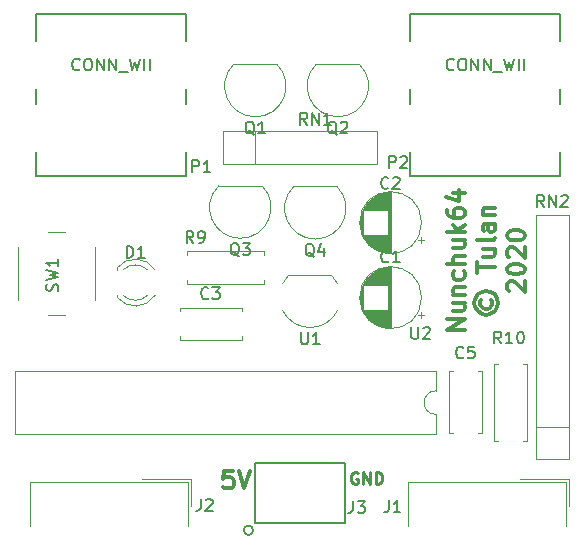
<source format=gto>
G04 #@! TF.GenerationSoftware,KiCad,Pcbnew,5.1.5+dfsg1-2build2*
G04 #@! TF.CreationDate,2022-05-26T12:32:04+02:00*
G04 #@! TF.ProjectId,nunchuk64-tht,6e756e63-6875-46b3-9634-2d7468742e6b,rev?*
G04 #@! TF.SameCoordinates,Original*
G04 #@! TF.FileFunction,Legend,Top*
G04 #@! TF.FilePolarity,Positive*
%FSLAX46Y46*%
G04 Gerber Fmt 4.6, Leading zero omitted, Abs format (unit mm)*
G04 Created by KiCad (PCBNEW 5.1.5+dfsg1-2build2) date 2022-05-26 12:32:04*
%MOMM*%
%LPD*%
G04 APERTURE LIST*
%ADD10C,0.300000*%
%ADD11C,0.250000*%
%ADD12C,0.120000*%
%ADD13C,0.150000*%
%ADD14C,0.203200*%
G04 APERTURE END LIST*
D10*
X95870846Y-108636843D02*
X95156561Y-108636843D01*
X95085132Y-109351129D01*
X95156561Y-109279700D01*
X95299418Y-109208272D01*
X95656561Y-109208272D01*
X95799418Y-109279700D01*
X95870846Y-109351129D01*
X95942275Y-109493986D01*
X95942275Y-109851129D01*
X95870846Y-109993986D01*
X95799418Y-110065414D01*
X95656561Y-110136843D01*
X95299418Y-110136843D01*
X95156561Y-110065414D01*
X95085132Y-109993986D01*
X96370846Y-108636843D02*
X96870846Y-110136843D01*
X97370846Y-108636843D01*
D11*
X106444401Y-108801538D02*
X106349163Y-108753918D01*
X106206306Y-108753918D01*
X106063448Y-108801538D01*
X105968210Y-108896776D01*
X105920591Y-108992014D01*
X105872972Y-109182490D01*
X105872972Y-109325347D01*
X105920591Y-109515823D01*
X105968210Y-109611061D01*
X106063448Y-109706299D01*
X106206306Y-109753918D01*
X106301544Y-109753918D01*
X106444401Y-109706299D01*
X106492020Y-109658680D01*
X106492020Y-109325347D01*
X106301544Y-109325347D01*
X106920591Y-109753918D02*
X106920591Y-108753918D01*
X107492020Y-109753918D01*
X107492020Y-108753918D01*
X107968210Y-109753918D02*
X107968210Y-108753918D01*
X108206306Y-108753918D01*
X108349163Y-108801538D01*
X108444401Y-108896776D01*
X108492020Y-108992014D01*
X108539639Y-109182490D01*
X108539639Y-109325347D01*
X108492020Y-109515823D01*
X108444401Y-109611061D01*
X108349163Y-109706299D01*
X108206306Y-109753918D01*
X107968210Y-109753918D01*
D10*
X115503285Y-96681967D02*
X114003285Y-96681967D01*
X115503285Y-95824824D01*
X114003285Y-95824824D01*
X114503285Y-94467681D02*
X115503285Y-94467681D01*
X114503285Y-95110539D02*
X115288999Y-95110539D01*
X115431856Y-95039110D01*
X115503285Y-94896253D01*
X115503285Y-94681967D01*
X115431856Y-94539110D01*
X115360428Y-94467681D01*
X114503285Y-93753396D02*
X115503285Y-93753396D01*
X114646142Y-93753396D02*
X114574714Y-93681967D01*
X114503285Y-93539110D01*
X114503285Y-93324824D01*
X114574714Y-93181967D01*
X114717571Y-93110539D01*
X115503285Y-93110539D01*
X115431856Y-91753396D02*
X115503285Y-91896253D01*
X115503285Y-92181967D01*
X115431856Y-92324824D01*
X115360428Y-92396253D01*
X115217571Y-92467681D01*
X114788999Y-92467681D01*
X114646142Y-92396253D01*
X114574714Y-92324824D01*
X114503285Y-92181967D01*
X114503285Y-91896253D01*
X114574714Y-91753396D01*
X115503285Y-91110539D02*
X114003285Y-91110539D01*
X115503285Y-90467681D02*
X114717571Y-90467681D01*
X114574714Y-90539110D01*
X114503285Y-90681967D01*
X114503285Y-90896253D01*
X114574714Y-91039110D01*
X114646142Y-91110539D01*
X114503285Y-89110539D02*
X115503285Y-89110539D01*
X114503285Y-89753396D02*
X115288999Y-89753396D01*
X115431856Y-89681967D01*
X115503285Y-89539110D01*
X115503285Y-89324824D01*
X115431856Y-89181967D01*
X115360428Y-89110539D01*
X115503285Y-88396253D02*
X114003285Y-88396253D01*
X114931856Y-88253396D02*
X115503285Y-87824824D01*
X114503285Y-87824824D02*
X115074714Y-88396253D01*
X114003285Y-86539110D02*
X114003285Y-86824824D01*
X114074714Y-86967681D01*
X114146142Y-87039110D01*
X114360428Y-87181967D01*
X114646142Y-87253396D01*
X115217571Y-87253396D01*
X115360428Y-87181967D01*
X115431856Y-87110539D01*
X115503285Y-86967681D01*
X115503285Y-86681967D01*
X115431856Y-86539110D01*
X115360428Y-86467681D01*
X115217571Y-86396253D01*
X114860428Y-86396253D01*
X114717571Y-86467681D01*
X114646142Y-86539110D01*
X114574714Y-86681967D01*
X114574714Y-86967681D01*
X114646142Y-87110539D01*
X114717571Y-87181967D01*
X114860428Y-87253396D01*
X114503285Y-85110539D02*
X115503285Y-85110539D01*
X113931856Y-85467681D02*
X115003285Y-85824824D01*
X115003285Y-84896253D01*
X116910428Y-94146253D02*
X116838999Y-94289110D01*
X116838999Y-94574824D01*
X116910428Y-94717681D01*
X117053285Y-94860539D01*
X117196142Y-94931967D01*
X117481856Y-94931967D01*
X117624714Y-94860539D01*
X117767571Y-94717681D01*
X117838999Y-94574824D01*
X117838999Y-94289110D01*
X117767571Y-94146253D01*
X116338999Y-94431967D02*
X116410428Y-94789110D01*
X116624714Y-95146253D01*
X116981856Y-95360539D01*
X117338999Y-95431967D01*
X117696142Y-95360539D01*
X118053285Y-95146253D01*
X118267571Y-94789110D01*
X118338999Y-94431967D01*
X118267571Y-94074824D01*
X118053285Y-93717681D01*
X117696142Y-93503396D01*
X117338999Y-93431967D01*
X116981856Y-93503396D01*
X116624714Y-93717681D01*
X116410428Y-94074824D01*
X116338999Y-94431967D01*
X116553285Y-91860539D02*
X116553285Y-91003396D01*
X118053285Y-91431967D02*
X116553285Y-91431967D01*
X117053285Y-89860539D02*
X118053285Y-89860539D01*
X117053285Y-90503396D02*
X117838999Y-90503396D01*
X117981856Y-90431967D01*
X118053285Y-90289110D01*
X118053285Y-90074824D01*
X117981856Y-89931967D01*
X117910428Y-89860539D01*
X118053285Y-88931967D02*
X117981856Y-89074824D01*
X117838999Y-89146253D01*
X116553285Y-89146253D01*
X118053285Y-87717681D02*
X117267571Y-87717681D01*
X117124714Y-87789110D01*
X117053285Y-87931967D01*
X117053285Y-88217681D01*
X117124714Y-88360539D01*
X117981856Y-87717681D02*
X118053285Y-87860539D01*
X118053285Y-88217681D01*
X117981856Y-88360539D01*
X117838999Y-88431967D01*
X117696142Y-88431967D01*
X117553285Y-88360539D01*
X117481856Y-88217681D01*
X117481856Y-87860539D01*
X117410428Y-87717681D01*
X117053285Y-87003396D02*
X118053285Y-87003396D01*
X117196142Y-87003396D02*
X117124714Y-86931967D01*
X117053285Y-86789110D01*
X117053285Y-86574824D01*
X117124714Y-86431967D01*
X117267571Y-86360539D01*
X118053285Y-86360539D01*
X119246142Y-93431967D02*
X119174714Y-93360539D01*
X119103285Y-93217681D01*
X119103285Y-92860539D01*
X119174714Y-92717681D01*
X119246142Y-92646253D01*
X119388999Y-92574824D01*
X119531856Y-92574824D01*
X119746142Y-92646253D01*
X120603285Y-93503396D01*
X120603285Y-92574824D01*
X119103285Y-91646253D02*
X119103285Y-91503396D01*
X119174714Y-91360539D01*
X119246142Y-91289110D01*
X119388999Y-91217681D01*
X119674714Y-91146253D01*
X120031856Y-91146253D01*
X120317571Y-91217681D01*
X120460428Y-91289110D01*
X120531856Y-91360539D01*
X120603285Y-91503396D01*
X120603285Y-91646253D01*
X120531856Y-91789110D01*
X120460428Y-91860539D01*
X120317571Y-91931967D01*
X120031856Y-92003396D01*
X119674714Y-92003396D01*
X119388999Y-91931967D01*
X119246142Y-91860539D01*
X119174714Y-91789110D01*
X119103285Y-91646253D01*
X119246142Y-90574824D02*
X119174714Y-90503396D01*
X119103285Y-90360539D01*
X119103285Y-90003396D01*
X119174714Y-89860539D01*
X119246142Y-89789110D01*
X119388999Y-89717681D01*
X119531856Y-89717681D01*
X119746142Y-89789110D01*
X120603285Y-90646253D01*
X120603285Y-89717681D01*
X119103285Y-88789110D02*
X119103285Y-88646253D01*
X119174714Y-88503396D01*
X119246142Y-88431967D01*
X119388999Y-88360539D01*
X119674714Y-88289110D01*
X120031856Y-88289110D01*
X120317571Y-88360539D01*
X120460428Y-88431967D01*
X120531856Y-88503396D01*
X120603285Y-88646253D01*
X120603285Y-88789110D01*
X120531856Y-88931967D01*
X120460428Y-89003396D01*
X120317571Y-89074824D01*
X120031856Y-89146253D01*
X119674714Y-89146253D01*
X119388999Y-89074824D01*
X119246142Y-89003396D01*
X119174714Y-88931967D01*
X119103285Y-88789110D01*
D12*
X97790000Y-79880000D02*
X97790000Y-82680000D01*
X108120000Y-79880000D02*
X95080000Y-79880000D01*
X108120000Y-82680000D02*
X108120000Y-79880000D01*
X95080000Y-82680000D02*
X108120000Y-82680000D01*
X95080000Y-79880000D02*
X95080000Y-82680000D01*
X101031522Y-84585022D02*
G75*
G03X102870000Y-89023500I1838478J-1838478D01*
G01*
X104708478Y-84585022D02*
G75*
G02X102870000Y-89023500I-1838478J-1838478D01*
G01*
X104670000Y-84573500D02*
X101070000Y-84573500D01*
X94681522Y-84521522D02*
G75*
G03X96520000Y-88960000I1838478J-1838478D01*
G01*
X98358478Y-84521522D02*
G75*
G02X96520000Y-88960000I-1838478J-1838478D01*
G01*
X98320000Y-84510000D02*
X94720000Y-84510000D01*
X102936522Y-74234522D02*
G75*
G03X104775000Y-78673000I1838478J-1838478D01*
G01*
X106613478Y-74234522D02*
G75*
G02X104775000Y-78673000I-1838478J-1838478D01*
G01*
X106575000Y-74223000D02*
X102975000Y-74223000D01*
X95951522Y-74234522D02*
G75*
G03X97790000Y-78673000I1838478J-1838478D01*
G01*
X99628478Y-74234522D02*
G75*
G02X97790000Y-78673000I-1838478J-1838478D01*
G01*
X99590000Y-74223000D02*
X95990000Y-74223000D01*
X100101316Y-92793705D02*
G75*
G02X100625500Y-92066500I2324184J-1122795D01*
G01*
X100069100Y-95015307D02*
G75*
G03X102425500Y-96516500I2356400J1098807D01*
G01*
X104781900Y-95015307D02*
G75*
G02X102425500Y-96516500I-2356400J1098807D01*
G01*
X104749684Y-92793705D02*
G75*
G03X104225500Y-92066500I-2324184J-1122795D01*
G01*
X104225500Y-92066500D02*
X100625500Y-92066500D01*
D13*
X97613113Y-113680000D02*
G75*
G03X97613113Y-113680000I-403113J0D01*
G01*
D14*
X105410000Y-113030000D02*
X97790000Y-113030000D01*
X97790000Y-107950000D02*
X105410000Y-107950000D01*
X105410000Y-107950000D02*
X105410000Y-113030000D01*
X97790000Y-113030000D02*
X97790000Y-107950000D01*
D12*
X121536000Y-104902000D02*
X124336000Y-104902000D01*
X121536000Y-86952000D02*
X121536000Y-107612000D01*
X124336000Y-86952000D02*
X121536000Y-86952000D01*
X124336000Y-107612000D02*
X124336000Y-86952000D01*
X121536000Y-107612000D02*
X124336000Y-107612000D01*
X89302335Y-91631392D02*
G75*
G03X86070000Y-91474484I-1672335J-1078608D01*
G01*
X89302335Y-93788608D02*
G75*
G02X86070000Y-93945516I-1672335J1078608D01*
G01*
X88671130Y-91630163D02*
G75*
G03X86589039Y-91630000I-1041130J-1079837D01*
G01*
X88671130Y-93789837D02*
G75*
G02X86589039Y-93790000I-1041130J1079837D01*
G01*
X86070000Y-91474000D02*
X86070000Y-91630000D01*
X86070000Y-93790000D02*
X86070000Y-93946000D01*
X111794775Y-89355000D02*
X111794775Y-88855000D01*
X112044775Y-89105000D02*
X111544775Y-89105000D01*
X106639000Y-87914000D02*
X106639000Y-87346000D01*
X106679000Y-88148000D02*
X106679000Y-87112000D01*
X106719000Y-88307000D02*
X106719000Y-86953000D01*
X106759000Y-88435000D02*
X106759000Y-86825000D01*
X106799000Y-88545000D02*
X106799000Y-86715000D01*
X106839000Y-88641000D02*
X106839000Y-86619000D01*
X106879000Y-88728000D02*
X106879000Y-86532000D01*
X106919000Y-88808000D02*
X106919000Y-86452000D01*
X106959000Y-86590000D02*
X106959000Y-86379000D01*
X106959000Y-88881000D02*
X106959000Y-88670000D01*
X106999000Y-86590000D02*
X106999000Y-86311000D01*
X106999000Y-88949000D02*
X106999000Y-88670000D01*
X107039000Y-86590000D02*
X107039000Y-86247000D01*
X107039000Y-89013000D02*
X107039000Y-88670000D01*
X107079000Y-86590000D02*
X107079000Y-86187000D01*
X107079000Y-89073000D02*
X107079000Y-88670000D01*
X107119000Y-86590000D02*
X107119000Y-86130000D01*
X107119000Y-89130000D02*
X107119000Y-88670000D01*
X107159000Y-86590000D02*
X107159000Y-86076000D01*
X107159000Y-89184000D02*
X107159000Y-88670000D01*
X107199000Y-86590000D02*
X107199000Y-86025000D01*
X107199000Y-89235000D02*
X107199000Y-88670000D01*
X107239000Y-86590000D02*
X107239000Y-85977000D01*
X107239000Y-89283000D02*
X107239000Y-88670000D01*
X107279000Y-86590000D02*
X107279000Y-85931000D01*
X107279000Y-89329000D02*
X107279000Y-88670000D01*
X107319000Y-86590000D02*
X107319000Y-85887000D01*
X107319000Y-89373000D02*
X107319000Y-88670000D01*
X107359000Y-86590000D02*
X107359000Y-85845000D01*
X107359000Y-89415000D02*
X107359000Y-88670000D01*
X107399000Y-86590000D02*
X107399000Y-85804000D01*
X107399000Y-89456000D02*
X107399000Y-88670000D01*
X107439000Y-86590000D02*
X107439000Y-85766000D01*
X107439000Y-89494000D02*
X107439000Y-88670000D01*
X107479000Y-86590000D02*
X107479000Y-85729000D01*
X107479000Y-89531000D02*
X107479000Y-88670000D01*
X107519000Y-86590000D02*
X107519000Y-85693000D01*
X107519000Y-89567000D02*
X107519000Y-88670000D01*
X107559000Y-86590000D02*
X107559000Y-85659000D01*
X107559000Y-89601000D02*
X107559000Y-88670000D01*
X107599000Y-86590000D02*
X107599000Y-85626000D01*
X107599000Y-89634000D02*
X107599000Y-88670000D01*
X107639000Y-86590000D02*
X107639000Y-85595000D01*
X107639000Y-89665000D02*
X107639000Y-88670000D01*
X107679000Y-86590000D02*
X107679000Y-85565000D01*
X107679000Y-89695000D02*
X107679000Y-88670000D01*
X107719000Y-86590000D02*
X107719000Y-85535000D01*
X107719000Y-89725000D02*
X107719000Y-88670000D01*
X107759000Y-86590000D02*
X107759000Y-85508000D01*
X107759000Y-89752000D02*
X107759000Y-88670000D01*
X107799000Y-86590000D02*
X107799000Y-85481000D01*
X107799000Y-89779000D02*
X107799000Y-88670000D01*
X107839000Y-86590000D02*
X107839000Y-85455000D01*
X107839000Y-89805000D02*
X107839000Y-88670000D01*
X107879000Y-86590000D02*
X107879000Y-85430000D01*
X107879000Y-89830000D02*
X107879000Y-88670000D01*
X107919000Y-86590000D02*
X107919000Y-85406000D01*
X107919000Y-89854000D02*
X107919000Y-88670000D01*
X107959000Y-86590000D02*
X107959000Y-85383000D01*
X107959000Y-89877000D02*
X107959000Y-88670000D01*
X107999000Y-86590000D02*
X107999000Y-85362000D01*
X107999000Y-89898000D02*
X107999000Y-88670000D01*
X108039000Y-86590000D02*
X108039000Y-85340000D01*
X108039000Y-89920000D02*
X108039000Y-88670000D01*
X108079000Y-86590000D02*
X108079000Y-85320000D01*
X108079000Y-89940000D02*
X108079000Y-88670000D01*
X108119000Y-86590000D02*
X108119000Y-85301000D01*
X108119000Y-89959000D02*
X108119000Y-88670000D01*
X108159000Y-86590000D02*
X108159000Y-85282000D01*
X108159000Y-89978000D02*
X108159000Y-88670000D01*
X108199000Y-86590000D02*
X108199000Y-85265000D01*
X108199000Y-89995000D02*
X108199000Y-88670000D01*
X108239000Y-86590000D02*
X108239000Y-85248000D01*
X108239000Y-90012000D02*
X108239000Y-88670000D01*
X108279000Y-86590000D02*
X108279000Y-85232000D01*
X108279000Y-90028000D02*
X108279000Y-88670000D01*
X108319000Y-86590000D02*
X108319000Y-85216000D01*
X108319000Y-90044000D02*
X108319000Y-88670000D01*
X108359000Y-86590000D02*
X108359000Y-85202000D01*
X108359000Y-90058000D02*
X108359000Y-88670000D01*
X108399000Y-86590000D02*
X108399000Y-85188000D01*
X108399000Y-90072000D02*
X108399000Y-88670000D01*
X108439000Y-86590000D02*
X108439000Y-85175000D01*
X108439000Y-90085000D02*
X108439000Y-88670000D01*
X108479000Y-86590000D02*
X108479000Y-85162000D01*
X108479000Y-90098000D02*
X108479000Y-88670000D01*
X108519000Y-86590000D02*
X108519000Y-85150000D01*
X108519000Y-90110000D02*
X108519000Y-88670000D01*
X108560000Y-86590000D02*
X108560000Y-85139000D01*
X108560000Y-90121000D02*
X108560000Y-88670000D01*
X108600000Y-86590000D02*
X108600000Y-85129000D01*
X108600000Y-90131000D02*
X108600000Y-88670000D01*
X108640000Y-86590000D02*
X108640000Y-85119000D01*
X108640000Y-90141000D02*
X108640000Y-88670000D01*
X108680000Y-86590000D02*
X108680000Y-85110000D01*
X108680000Y-90150000D02*
X108680000Y-88670000D01*
X108720000Y-86590000D02*
X108720000Y-85102000D01*
X108720000Y-90158000D02*
X108720000Y-88670000D01*
X108760000Y-86590000D02*
X108760000Y-85094000D01*
X108760000Y-90166000D02*
X108760000Y-88670000D01*
X108800000Y-86590000D02*
X108800000Y-85087000D01*
X108800000Y-90173000D02*
X108800000Y-88670000D01*
X108840000Y-86590000D02*
X108840000Y-85080000D01*
X108840000Y-90180000D02*
X108840000Y-88670000D01*
X108880000Y-86590000D02*
X108880000Y-85074000D01*
X108880000Y-90186000D02*
X108880000Y-88670000D01*
X108920000Y-86590000D02*
X108920000Y-85069000D01*
X108920000Y-90191000D02*
X108920000Y-88670000D01*
X108960000Y-86590000D02*
X108960000Y-85065000D01*
X108960000Y-90195000D02*
X108960000Y-88670000D01*
X109000000Y-86590000D02*
X109000000Y-85061000D01*
X109000000Y-90199000D02*
X109000000Y-88670000D01*
X109040000Y-90203000D02*
X109040000Y-85057000D01*
X109080000Y-90206000D02*
X109080000Y-85054000D01*
X109120000Y-90208000D02*
X109120000Y-85052000D01*
X109160000Y-90209000D02*
X109160000Y-85051000D01*
X109200000Y-90210000D02*
X109200000Y-85050000D01*
X109240000Y-90210000D02*
X109240000Y-85050000D01*
X111860000Y-87630000D02*
G75*
G03X111860000Y-87630000I-2620000J0D01*
G01*
X111794775Y-95705000D02*
X111794775Y-95205000D01*
X112044775Y-95455000D02*
X111544775Y-95455000D01*
X106639000Y-94264000D02*
X106639000Y-93696000D01*
X106679000Y-94498000D02*
X106679000Y-93462000D01*
X106719000Y-94657000D02*
X106719000Y-93303000D01*
X106759000Y-94785000D02*
X106759000Y-93175000D01*
X106799000Y-94895000D02*
X106799000Y-93065000D01*
X106839000Y-94991000D02*
X106839000Y-92969000D01*
X106879000Y-95078000D02*
X106879000Y-92882000D01*
X106919000Y-95158000D02*
X106919000Y-92802000D01*
X106959000Y-92940000D02*
X106959000Y-92729000D01*
X106959000Y-95231000D02*
X106959000Y-95020000D01*
X106999000Y-92940000D02*
X106999000Y-92661000D01*
X106999000Y-95299000D02*
X106999000Y-95020000D01*
X107039000Y-92940000D02*
X107039000Y-92597000D01*
X107039000Y-95363000D02*
X107039000Y-95020000D01*
X107079000Y-92940000D02*
X107079000Y-92537000D01*
X107079000Y-95423000D02*
X107079000Y-95020000D01*
X107119000Y-92940000D02*
X107119000Y-92480000D01*
X107119000Y-95480000D02*
X107119000Y-95020000D01*
X107159000Y-92940000D02*
X107159000Y-92426000D01*
X107159000Y-95534000D02*
X107159000Y-95020000D01*
X107199000Y-92940000D02*
X107199000Y-92375000D01*
X107199000Y-95585000D02*
X107199000Y-95020000D01*
X107239000Y-92940000D02*
X107239000Y-92327000D01*
X107239000Y-95633000D02*
X107239000Y-95020000D01*
X107279000Y-92940000D02*
X107279000Y-92281000D01*
X107279000Y-95679000D02*
X107279000Y-95020000D01*
X107319000Y-92940000D02*
X107319000Y-92237000D01*
X107319000Y-95723000D02*
X107319000Y-95020000D01*
X107359000Y-92940000D02*
X107359000Y-92195000D01*
X107359000Y-95765000D02*
X107359000Y-95020000D01*
X107399000Y-92940000D02*
X107399000Y-92154000D01*
X107399000Y-95806000D02*
X107399000Y-95020000D01*
X107439000Y-92940000D02*
X107439000Y-92116000D01*
X107439000Y-95844000D02*
X107439000Y-95020000D01*
X107479000Y-92940000D02*
X107479000Y-92079000D01*
X107479000Y-95881000D02*
X107479000Y-95020000D01*
X107519000Y-92940000D02*
X107519000Y-92043000D01*
X107519000Y-95917000D02*
X107519000Y-95020000D01*
X107559000Y-92940000D02*
X107559000Y-92009000D01*
X107559000Y-95951000D02*
X107559000Y-95020000D01*
X107599000Y-92940000D02*
X107599000Y-91976000D01*
X107599000Y-95984000D02*
X107599000Y-95020000D01*
X107639000Y-92940000D02*
X107639000Y-91945000D01*
X107639000Y-96015000D02*
X107639000Y-95020000D01*
X107679000Y-92940000D02*
X107679000Y-91915000D01*
X107679000Y-96045000D02*
X107679000Y-95020000D01*
X107719000Y-92940000D02*
X107719000Y-91885000D01*
X107719000Y-96075000D02*
X107719000Y-95020000D01*
X107759000Y-92940000D02*
X107759000Y-91858000D01*
X107759000Y-96102000D02*
X107759000Y-95020000D01*
X107799000Y-92940000D02*
X107799000Y-91831000D01*
X107799000Y-96129000D02*
X107799000Y-95020000D01*
X107839000Y-92940000D02*
X107839000Y-91805000D01*
X107839000Y-96155000D02*
X107839000Y-95020000D01*
X107879000Y-92940000D02*
X107879000Y-91780000D01*
X107879000Y-96180000D02*
X107879000Y-95020000D01*
X107919000Y-92940000D02*
X107919000Y-91756000D01*
X107919000Y-96204000D02*
X107919000Y-95020000D01*
X107959000Y-92940000D02*
X107959000Y-91733000D01*
X107959000Y-96227000D02*
X107959000Y-95020000D01*
X107999000Y-92940000D02*
X107999000Y-91712000D01*
X107999000Y-96248000D02*
X107999000Y-95020000D01*
X108039000Y-92940000D02*
X108039000Y-91690000D01*
X108039000Y-96270000D02*
X108039000Y-95020000D01*
X108079000Y-92940000D02*
X108079000Y-91670000D01*
X108079000Y-96290000D02*
X108079000Y-95020000D01*
X108119000Y-92940000D02*
X108119000Y-91651000D01*
X108119000Y-96309000D02*
X108119000Y-95020000D01*
X108159000Y-92940000D02*
X108159000Y-91632000D01*
X108159000Y-96328000D02*
X108159000Y-95020000D01*
X108199000Y-92940000D02*
X108199000Y-91615000D01*
X108199000Y-96345000D02*
X108199000Y-95020000D01*
X108239000Y-92940000D02*
X108239000Y-91598000D01*
X108239000Y-96362000D02*
X108239000Y-95020000D01*
X108279000Y-92940000D02*
X108279000Y-91582000D01*
X108279000Y-96378000D02*
X108279000Y-95020000D01*
X108319000Y-92940000D02*
X108319000Y-91566000D01*
X108319000Y-96394000D02*
X108319000Y-95020000D01*
X108359000Y-92940000D02*
X108359000Y-91552000D01*
X108359000Y-96408000D02*
X108359000Y-95020000D01*
X108399000Y-92940000D02*
X108399000Y-91538000D01*
X108399000Y-96422000D02*
X108399000Y-95020000D01*
X108439000Y-92940000D02*
X108439000Y-91525000D01*
X108439000Y-96435000D02*
X108439000Y-95020000D01*
X108479000Y-92940000D02*
X108479000Y-91512000D01*
X108479000Y-96448000D02*
X108479000Y-95020000D01*
X108519000Y-92940000D02*
X108519000Y-91500000D01*
X108519000Y-96460000D02*
X108519000Y-95020000D01*
X108560000Y-92940000D02*
X108560000Y-91489000D01*
X108560000Y-96471000D02*
X108560000Y-95020000D01*
X108600000Y-92940000D02*
X108600000Y-91479000D01*
X108600000Y-96481000D02*
X108600000Y-95020000D01*
X108640000Y-92940000D02*
X108640000Y-91469000D01*
X108640000Y-96491000D02*
X108640000Y-95020000D01*
X108680000Y-92940000D02*
X108680000Y-91460000D01*
X108680000Y-96500000D02*
X108680000Y-95020000D01*
X108720000Y-92940000D02*
X108720000Y-91452000D01*
X108720000Y-96508000D02*
X108720000Y-95020000D01*
X108760000Y-92940000D02*
X108760000Y-91444000D01*
X108760000Y-96516000D02*
X108760000Y-95020000D01*
X108800000Y-92940000D02*
X108800000Y-91437000D01*
X108800000Y-96523000D02*
X108800000Y-95020000D01*
X108840000Y-92940000D02*
X108840000Y-91430000D01*
X108840000Y-96530000D02*
X108840000Y-95020000D01*
X108880000Y-92940000D02*
X108880000Y-91424000D01*
X108880000Y-96536000D02*
X108880000Y-95020000D01*
X108920000Y-92940000D02*
X108920000Y-91419000D01*
X108920000Y-96541000D02*
X108920000Y-95020000D01*
X108960000Y-92940000D02*
X108960000Y-91415000D01*
X108960000Y-96545000D02*
X108960000Y-95020000D01*
X109000000Y-92940000D02*
X109000000Y-91411000D01*
X109000000Y-96549000D02*
X109000000Y-95020000D01*
X109040000Y-96553000D02*
X109040000Y-91407000D01*
X109080000Y-96556000D02*
X109080000Y-91404000D01*
X109120000Y-96558000D02*
X109120000Y-91402000D01*
X109160000Y-96559000D02*
X109160000Y-91401000D01*
X109200000Y-96560000D02*
X109200000Y-91400000D01*
X109240000Y-96560000D02*
X109240000Y-91400000D01*
X111860000Y-93980000D02*
G75*
G03X111860000Y-93980000I-2620000J0D01*
G01*
X120750000Y-99600000D02*
X120420000Y-99600000D01*
X120750000Y-106140000D02*
X120750000Y-99600000D01*
X120420000Y-106140000D02*
X120750000Y-106140000D01*
X118010000Y-99600000D02*
X118340000Y-99600000D01*
X118010000Y-106140000D02*
X118010000Y-99600000D01*
X118340000Y-106140000D02*
X118010000Y-106140000D01*
X91980000Y-90400000D02*
X91980000Y-90070000D01*
X91980000Y-90070000D02*
X98520000Y-90070000D01*
X98520000Y-90070000D02*
X98520000Y-90400000D01*
X91980000Y-92480000D02*
X91980000Y-92810000D01*
X91980000Y-92810000D02*
X98520000Y-92810000D01*
X98520000Y-92810000D02*
X98520000Y-92480000D01*
X114515000Y-105450000D02*
X114200000Y-105450000D01*
X116940000Y-105450000D02*
X116625000Y-105450000D01*
X114515000Y-100210000D02*
X114200000Y-100210000D01*
X116940000Y-100210000D02*
X116625000Y-100210000D01*
X114200000Y-100210000D02*
X114200000Y-105450000D01*
X116940000Y-100210000D02*
X116940000Y-105450000D01*
X91400000Y-95147500D02*
X91400000Y-94832500D01*
X91400000Y-97572500D02*
X91400000Y-97257500D01*
X96640000Y-95147500D02*
X96640000Y-94832500D01*
X96640000Y-97572500D02*
X96640000Y-97257500D01*
X96640000Y-94832500D02*
X91400000Y-94832500D01*
X96640000Y-97572500D02*
X91400000Y-97572500D01*
X113090000Y-105520000D02*
X113090000Y-103870000D01*
X77410000Y-105520000D02*
X113090000Y-105520000D01*
X77410000Y-100220000D02*
X77410000Y-105520000D01*
X113090000Y-100220000D02*
X77410000Y-100220000D01*
X113090000Y-101870000D02*
X113090000Y-100220000D01*
X113090000Y-103870000D02*
G75*
G02X113090000Y-101870000I0J1000000D01*
G01*
D13*
X110850000Y-72228000D02*
X110850000Y-69942000D01*
X110850000Y-69942000D02*
X123550000Y-69942000D01*
X123550000Y-69942000D02*
X123550000Y-72228000D01*
X123550000Y-77562000D02*
X123550000Y-76292000D01*
X110850000Y-77562000D02*
X110850000Y-76292000D01*
X110850000Y-83658000D02*
X110850000Y-81626000D01*
X123550000Y-83658000D02*
X123550000Y-81626000D01*
X123550000Y-83658000D02*
X110850000Y-83658000D01*
D12*
X92123333Y-113340000D02*
X92123333Y-109600000D01*
X92123333Y-109600000D02*
X78676667Y-109600000D01*
X78676667Y-109600000D02*
X78676667Y-113340000D01*
X92363333Y-111600000D02*
X92363333Y-109360000D01*
X92363333Y-109360000D02*
X88170000Y-109360000D01*
X124123333Y-113340000D02*
X124123333Y-109600000D01*
X124123333Y-109600000D02*
X110676667Y-109600000D01*
X110676667Y-109600000D02*
X110676667Y-113340000D01*
X124363333Y-111600000D02*
X124363333Y-109360000D01*
X124363333Y-109360000D02*
X120170000Y-109360000D01*
D13*
X79250000Y-72228000D02*
X79250000Y-69942000D01*
X79250000Y-69942000D02*
X91950000Y-69942000D01*
X91950000Y-69942000D02*
X91950000Y-72228000D01*
X91950000Y-77562000D02*
X91950000Y-76292000D01*
X79250000Y-77562000D02*
X79250000Y-76292000D01*
X79250000Y-83658000D02*
X79250000Y-81626000D01*
X91950000Y-83658000D02*
X91950000Y-81626000D01*
X91950000Y-83658000D02*
X79250000Y-83658000D01*
D12*
X84200000Y-94200000D02*
X84200000Y-89700000D01*
X80200000Y-95450000D02*
X81700000Y-95450000D01*
X77700000Y-89700000D02*
X77700000Y-94200000D01*
X81700000Y-88450000D02*
X80200000Y-88450000D01*
D13*
X102179523Y-79332380D02*
X101846190Y-78856190D01*
X101608095Y-79332380D02*
X101608095Y-78332380D01*
X101989047Y-78332380D01*
X102084285Y-78380000D01*
X102131904Y-78427619D01*
X102179523Y-78522857D01*
X102179523Y-78665714D01*
X102131904Y-78760952D01*
X102084285Y-78808571D01*
X101989047Y-78856190D01*
X101608095Y-78856190D01*
X102608095Y-79332380D02*
X102608095Y-78332380D01*
X103179523Y-79332380D01*
X103179523Y-78332380D01*
X104179523Y-79332380D02*
X103608095Y-79332380D01*
X103893809Y-79332380D02*
X103893809Y-78332380D01*
X103798571Y-78475238D01*
X103703333Y-78570476D01*
X103608095Y-78618095D01*
X102774761Y-90531119D02*
X102679523Y-90483500D01*
X102584285Y-90388261D01*
X102441428Y-90245404D01*
X102346190Y-90197785D01*
X102250952Y-90197785D01*
X102298571Y-90435880D02*
X102203333Y-90388261D01*
X102108095Y-90293023D01*
X102060476Y-90102547D01*
X102060476Y-89769214D01*
X102108095Y-89578738D01*
X102203333Y-89483500D01*
X102298571Y-89435880D01*
X102489047Y-89435880D01*
X102584285Y-89483500D01*
X102679523Y-89578738D01*
X102727142Y-89769214D01*
X102727142Y-90102547D01*
X102679523Y-90293023D01*
X102584285Y-90388261D01*
X102489047Y-90435880D01*
X102298571Y-90435880D01*
X103584285Y-89769214D02*
X103584285Y-90435880D01*
X103346190Y-89388261D02*
X103108095Y-90102547D01*
X103727142Y-90102547D01*
X96424761Y-90467619D02*
X96329523Y-90420000D01*
X96234285Y-90324761D01*
X96091428Y-90181904D01*
X95996190Y-90134285D01*
X95900952Y-90134285D01*
X95948571Y-90372380D02*
X95853333Y-90324761D01*
X95758095Y-90229523D01*
X95710476Y-90039047D01*
X95710476Y-89705714D01*
X95758095Y-89515238D01*
X95853333Y-89420000D01*
X95948571Y-89372380D01*
X96139047Y-89372380D01*
X96234285Y-89420000D01*
X96329523Y-89515238D01*
X96377142Y-89705714D01*
X96377142Y-90039047D01*
X96329523Y-90229523D01*
X96234285Y-90324761D01*
X96139047Y-90372380D01*
X95948571Y-90372380D01*
X96710476Y-89372380D02*
X97329523Y-89372380D01*
X96996190Y-89753333D01*
X97139047Y-89753333D01*
X97234285Y-89800952D01*
X97281904Y-89848571D01*
X97329523Y-89943809D01*
X97329523Y-90181904D01*
X97281904Y-90277142D01*
X97234285Y-90324761D01*
X97139047Y-90372380D01*
X96853333Y-90372380D01*
X96758095Y-90324761D01*
X96710476Y-90277142D01*
X104679761Y-80180619D02*
X104584523Y-80133000D01*
X104489285Y-80037761D01*
X104346428Y-79894904D01*
X104251190Y-79847285D01*
X104155952Y-79847285D01*
X104203571Y-80085380D02*
X104108333Y-80037761D01*
X104013095Y-79942523D01*
X103965476Y-79752047D01*
X103965476Y-79418714D01*
X104013095Y-79228238D01*
X104108333Y-79133000D01*
X104203571Y-79085380D01*
X104394047Y-79085380D01*
X104489285Y-79133000D01*
X104584523Y-79228238D01*
X104632142Y-79418714D01*
X104632142Y-79752047D01*
X104584523Y-79942523D01*
X104489285Y-80037761D01*
X104394047Y-80085380D01*
X104203571Y-80085380D01*
X105013095Y-79180619D02*
X105060714Y-79133000D01*
X105155952Y-79085380D01*
X105394047Y-79085380D01*
X105489285Y-79133000D01*
X105536904Y-79180619D01*
X105584523Y-79275857D01*
X105584523Y-79371095D01*
X105536904Y-79513952D01*
X104965476Y-80085380D01*
X105584523Y-80085380D01*
X97694761Y-80180619D02*
X97599523Y-80133000D01*
X97504285Y-80037761D01*
X97361428Y-79894904D01*
X97266190Y-79847285D01*
X97170952Y-79847285D01*
X97218571Y-80085380D02*
X97123333Y-80037761D01*
X97028095Y-79942523D01*
X96980476Y-79752047D01*
X96980476Y-79418714D01*
X97028095Y-79228238D01*
X97123333Y-79133000D01*
X97218571Y-79085380D01*
X97409047Y-79085380D01*
X97504285Y-79133000D01*
X97599523Y-79228238D01*
X97647142Y-79418714D01*
X97647142Y-79752047D01*
X97599523Y-79942523D01*
X97504285Y-80037761D01*
X97409047Y-80085380D01*
X97218571Y-80085380D01*
X98599523Y-80085380D02*
X98028095Y-80085380D01*
X98313809Y-80085380D02*
X98313809Y-79085380D01*
X98218571Y-79228238D01*
X98123333Y-79323476D01*
X98028095Y-79371095D01*
X101663595Y-96928880D02*
X101663595Y-97738404D01*
X101711214Y-97833642D01*
X101758833Y-97881261D01*
X101854071Y-97928880D01*
X102044547Y-97928880D01*
X102139785Y-97881261D01*
X102187404Y-97833642D01*
X102235023Y-97738404D01*
X102235023Y-96928880D01*
X103235023Y-97928880D02*
X102663595Y-97928880D01*
X102949309Y-97928880D02*
X102949309Y-96928880D01*
X102854071Y-97071738D01*
X102758833Y-97166976D01*
X102663595Y-97214595D01*
D14*
X106061333Y-111203619D02*
X106061333Y-111929333D01*
X106012952Y-112074476D01*
X105916190Y-112171238D01*
X105771047Y-112219619D01*
X105674285Y-112219619D01*
X106448380Y-111203619D02*
X107077333Y-111203619D01*
X106738666Y-111590666D01*
X106883809Y-111590666D01*
X106980571Y-111639047D01*
X107028952Y-111687428D01*
X107077333Y-111784190D01*
X107077333Y-112026095D01*
X107028952Y-112122857D01*
X106980571Y-112171238D01*
X106883809Y-112219619D01*
X106593523Y-112219619D01*
X106496761Y-112171238D01*
X106448380Y-112122857D01*
D13*
X122245523Y-86304380D02*
X121912190Y-85828190D01*
X121674095Y-86304380D02*
X121674095Y-85304380D01*
X122055047Y-85304380D01*
X122150285Y-85352000D01*
X122197904Y-85399619D01*
X122245523Y-85494857D01*
X122245523Y-85637714D01*
X122197904Y-85732952D01*
X122150285Y-85780571D01*
X122055047Y-85828190D01*
X121674095Y-85828190D01*
X122674095Y-86304380D02*
X122674095Y-85304380D01*
X123245523Y-86304380D01*
X123245523Y-85304380D01*
X123674095Y-85399619D02*
X123721714Y-85352000D01*
X123816952Y-85304380D01*
X124055047Y-85304380D01*
X124150285Y-85352000D01*
X124197904Y-85399619D01*
X124245523Y-85494857D01*
X124245523Y-85590095D01*
X124197904Y-85732952D01*
X123626476Y-86304380D01*
X124245523Y-86304380D01*
X86891904Y-90622380D02*
X86891904Y-89622380D01*
X87130000Y-89622380D01*
X87272857Y-89670000D01*
X87368095Y-89765238D01*
X87415714Y-89860476D01*
X87463333Y-90050952D01*
X87463333Y-90193809D01*
X87415714Y-90384285D01*
X87368095Y-90479523D01*
X87272857Y-90574761D01*
X87130000Y-90622380D01*
X86891904Y-90622380D01*
X88415714Y-90622380D02*
X87844285Y-90622380D01*
X88130000Y-90622380D02*
X88130000Y-89622380D01*
X88034761Y-89765238D01*
X87939523Y-89860476D01*
X87844285Y-89908095D01*
X109053333Y-84685142D02*
X109005714Y-84732761D01*
X108862857Y-84780380D01*
X108767619Y-84780380D01*
X108624761Y-84732761D01*
X108529523Y-84637523D01*
X108481904Y-84542285D01*
X108434285Y-84351809D01*
X108434285Y-84208952D01*
X108481904Y-84018476D01*
X108529523Y-83923238D01*
X108624761Y-83828000D01*
X108767619Y-83780380D01*
X108862857Y-83780380D01*
X109005714Y-83828000D01*
X109053333Y-83875619D01*
X109434285Y-83875619D02*
X109481904Y-83828000D01*
X109577142Y-83780380D01*
X109815238Y-83780380D01*
X109910476Y-83828000D01*
X109958095Y-83875619D01*
X110005714Y-83970857D01*
X110005714Y-84066095D01*
X109958095Y-84208952D01*
X109386666Y-84780380D01*
X110005714Y-84780380D01*
X109053333Y-90908142D02*
X109005714Y-90955761D01*
X108862857Y-91003380D01*
X108767619Y-91003380D01*
X108624761Y-90955761D01*
X108529523Y-90860523D01*
X108481904Y-90765285D01*
X108434285Y-90574809D01*
X108434285Y-90431952D01*
X108481904Y-90241476D01*
X108529523Y-90146238D01*
X108624761Y-90051000D01*
X108767619Y-90003380D01*
X108862857Y-90003380D01*
X109005714Y-90051000D01*
X109053333Y-90098619D01*
X110005714Y-91003380D02*
X109434285Y-91003380D01*
X109720000Y-91003380D02*
X109720000Y-90003380D01*
X109624761Y-90146238D01*
X109529523Y-90241476D01*
X109434285Y-90289095D01*
X118610142Y-97861380D02*
X118276809Y-97385190D01*
X118038714Y-97861380D02*
X118038714Y-96861380D01*
X118419666Y-96861380D01*
X118514904Y-96909000D01*
X118562523Y-96956619D01*
X118610142Y-97051857D01*
X118610142Y-97194714D01*
X118562523Y-97289952D01*
X118514904Y-97337571D01*
X118419666Y-97385190D01*
X118038714Y-97385190D01*
X119562523Y-97861380D02*
X118991095Y-97861380D01*
X119276809Y-97861380D02*
X119276809Y-96861380D01*
X119181571Y-97004238D01*
X119086333Y-97099476D01*
X118991095Y-97147095D01*
X120181571Y-96861380D02*
X120276809Y-96861380D01*
X120372047Y-96909000D01*
X120419666Y-96956619D01*
X120467285Y-97051857D01*
X120514904Y-97242333D01*
X120514904Y-97480428D01*
X120467285Y-97670904D01*
X120419666Y-97766142D01*
X120372047Y-97813761D01*
X120276809Y-97861380D01*
X120181571Y-97861380D01*
X120086333Y-97813761D01*
X120038714Y-97766142D01*
X119991095Y-97670904D01*
X119943476Y-97480428D01*
X119943476Y-97242333D01*
X119991095Y-97051857D01*
X120038714Y-96956619D01*
X120086333Y-96909000D01*
X120181571Y-96861380D01*
X92543333Y-89352380D02*
X92210000Y-88876190D01*
X91971904Y-89352380D02*
X91971904Y-88352380D01*
X92352857Y-88352380D01*
X92448095Y-88400000D01*
X92495714Y-88447619D01*
X92543333Y-88542857D01*
X92543333Y-88685714D01*
X92495714Y-88780952D01*
X92448095Y-88828571D01*
X92352857Y-88876190D01*
X91971904Y-88876190D01*
X93019523Y-89352380D02*
X93210000Y-89352380D01*
X93305238Y-89304761D01*
X93352857Y-89257142D01*
X93448095Y-89114285D01*
X93495714Y-88923809D01*
X93495714Y-88542857D01*
X93448095Y-88447619D01*
X93400476Y-88400000D01*
X93305238Y-88352380D01*
X93114761Y-88352380D01*
X93019523Y-88400000D01*
X92971904Y-88447619D01*
X92924285Y-88542857D01*
X92924285Y-88780952D01*
X92971904Y-88876190D01*
X93019523Y-88923809D01*
X93114761Y-88971428D01*
X93305238Y-88971428D01*
X93400476Y-88923809D01*
X93448095Y-88876190D01*
X93495714Y-88780952D01*
X115403333Y-99036142D02*
X115355714Y-99083761D01*
X115212857Y-99131380D01*
X115117619Y-99131380D01*
X114974761Y-99083761D01*
X114879523Y-98988523D01*
X114831904Y-98893285D01*
X114784285Y-98702809D01*
X114784285Y-98559952D01*
X114831904Y-98369476D01*
X114879523Y-98274238D01*
X114974761Y-98179000D01*
X115117619Y-98131380D01*
X115212857Y-98131380D01*
X115355714Y-98179000D01*
X115403333Y-98226619D01*
X116308095Y-98131380D02*
X115831904Y-98131380D01*
X115784285Y-98607571D01*
X115831904Y-98559952D01*
X115927142Y-98512333D01*
X116165238Y-98512333D01*
X116260476Y-98559952D01*
X116308095Y-98607571D01*
X116355714Y-98702809D01*
X116355714Y-98940904D01*
X116308095Y-99036142D01*
X116260476Y-99083761D01*
X116165238Y-99131380D01*
X115927142Y-99131380D01*
X115831904Y-99083761D01*
X115784285Y-99036142D01*
X93813333Y-94019642D02*
X93765714Y-94067261D01*
X93622857Y-94114880D01*
X93527619Y-94114880D01*
X93384761Y-94067261D01*
X93289523Y-93972023D01*
X93241904Y-93876785D01*
X93194285Y-93686309D01*
X93194285Y-93543452D01*
X93241904Y-93352976D01*
X93289523Y-93257738D01*
X93384761Y-93162500D01*
X93527619Y-93114880D01*
X93622857Y-93114880D01*
X93765714Y-93162500D01*
X93813333Y-93210119D01*
X94146666Y-93114880D02*
X94765714Y-93114880D01*
X94432380Y-93495833D01*
X94575238Y-93495833D01*
X94670476Y-93543452D01*
X94718095Y-93591071D01*
X94765714Y-93686309D01*
X94765714Y-93924404D01*
X94718095Y-94019642D01*
X94670476Y-94067261D01*
X94575238Y-94114880D01*
X94289523Y-94114880D01*
X94194285Y-94067261D01*
X94146666Y-94019642D01*
X110998095Y-96480380D02*
X110998095Y-97289904D01*
X111045714Y-97385142D01*
X111093333Y-97432761D01*
X111188571Y-97480380D01*
X111379047Y-97480380D01*
X111474285Y-97432761D01*
X111521904Y-97385142D01*
X111569523Y-97289904D01*
X111569523Y-96480380D01*
X111998095Y-96575619D02*
X112045714Y-96528000D01*
X112140952Y-96480380D01*
X112379047Y-96480380D01*
X112474285Y-96528000D01*
X112521904Y-96575619D01*
X112569523Y-96670857D01*
X112569523Y-96766095D01*
X112521904Y-96908952D01*
X111950476Y-97480380D01*
X112569523Y-97480380D01*
X109116904Y-83002380D02*
X109116904Y-82002380D01*
X109497857Y-82002380D01*
X109593095Y-82050000D01*
X109640714Y-82097619D01*
X109688333Y-82192857D01*
X109688333Y-82335714D01*
X109640714Y-82430952D01*
X109593095Y-82478571D01*
X109497857Y-82526190D01*
X109116904Y-82526190D01*
X110069285Y-82097619D02*
X110116904Y-82050000D01*
X110212142Y-82002380D01*
X110450238Y-82002380D01*
X110545476Y-82050000D01*
X110593095Y-82097619D01*
X110640714Y-82192857D01*
X110640714Y-82288095D01*
X110593095Y-82430952D01*
X110021666Y-83002380D01*
X110640714Y-83002380D01*
X114609523Y-74657142D02*
X114561904Y-74704761D01*
X114419047Y-74752380D01*
X114323809Y-74752380D01*
X114180952Y-74704761D01*
X114085714Y-74609523D01*
X114038095Y-74514285D01*
X113990476Y-74323809D01*
X113990476Y-74180952D01*
X114038095Y-73990476D01*
X114085714Y-73895238D01*
X114180952Y-73800000D01*
X114323809Y-73752380D01*
X114419047Y-73752380D01*
X114561904Y-73800000D01*
X114609523Y-73847619D01*
X115228571Y-73752380D02*
X115419047Y-73752380D01*
X115514285Y-73800000D01*
X115609523Y-73895238D01*
X115657142Y-74085714D01*
X115657142Y-74419047D01*
X115609523Y-74609523D01*
X115514285Y-74704761D01*
X115419047Y-74752380D01*
X115228571Y-74752380D01*
X115133333Y-74704761D01*
X115038095Y-74609523D01*
X114990476Y-74419047D01*
X114990476Y-74085714D01*
X115038095Y-73895238D01*
X115133333Y-73800000D01*
X115228571Y-73752380D01*
X116085714Y-74752380D02*
X116085714Y-73752380D01*
X116657142Y-74752380D01*
X116657142Y-73752380D01*
X117133333Y-74752380D02*
X117133333Y-73752380D01*
X117704761Y-74752380D01*
X117704761Y-73752380D01*
X117942857Y-74847619D02*
X118704761Y-74847619D01*
X118847619Y-73752380D02*
X119085714Y-74752380D01*
X119276190Y-74038095D01*
X119466666Y-74752380D01*
X119704761Y-73752380D01*
X120085714Y-74752380D02*
X120085714Y-73752380D01*
X120561904Y-74752380D02*
X120561904Y-73752380D01*
X93166666Y-111052380D02*
X93166666Y-111766666D01*
X93119047Y-111909523D01*
X93023809Y-112004761D01*
X92880952Y-112052380D01*
X92785714Y-112052380D01*
X93595238Y-111147619D02*
X93642857Y-111100000D01*
X93738095Y-111052380D01*
X93976190Y-111052380D01*
X94071428Y-111100000D01*
X94119047Y-111147619D01*
X94166666Y-111242857D01*
X94166666Y-111338095D01*
X94119047Y-111480952D01*
X93547619Y-112052380D01*
X94166666Y-112052380D01*
X109066666Y-111152380D02*
X109066666Y-111866666D01*
X109019047Y-112009523D01*
X108923809Y-112104761D01*
X108780952Y-112152380D01*
X108685714Y-112152380D01*
X110066666Y-112152380D02*
X109495238Y-112152380D01*
X109780952Y-112152380D02*
X109780952Y-111152380D01*
X109685714Y-111295238D01*
X109590476Y-111390476D01*
X109495238Y-111438095D01*
X92461904Y-83352380D02*
X92461904Y-82352380D01*
X92842857Y-82352380D01*
X92938095Y-82400000D01*
X92985714Y-82447619D01*
X93033333Y-82542857D01*
X93033333Y-82685714D01*
X92985714Y-82780952D01*
X92938095Y-82828571D01*
X92842857Y-82876190D01*
X92461904Y-82876190D01*
X93985714Y-83352380D02*
X93414285Y-83352380D01*
X93700000Y-83352380D02*
X93700000Y-82352380D01*
X93604761Y-82495238D01*
X93509523Y-82590476D01*
X93414285Y-82638095D01*
X82909523Y-74657142D02*
X82861904Y-74704761D01*
X82719047Y-74752380D01*
X82623809Y-74752380D01*
X82480952Y-74704761D01*
X82385714Y-74609523D01*
X82338095Y-74514285D01*
X82290476Y-74323809D01*
X82290476Y-74180952D01*
X82338095Y-73990476D01*
X82385714Y-73895238D01*
X82480952Y-73800000D01*
X82623809Y-73752380D01*
X82719047Y-73752380D01*
X82861904Y-73800000D01*
X82909523Y-73847619D01*
X83528571Y-73752380D02*
X83719047Y-73752380D01*
X83814285Y-73800000D01*
X83909523Y-73895238D01*
X83957142Y-74085714D01*
X83957142Y-74419047D01*
X83909523Y-74609523D01*
X83814285Y-74704761D01*
X83719047Y-74752380D01*
X83528571Y-74752380D01*
X83433333Y-74704761D01*
X83338095Y-74609523D01*
X83290476Y-74419047D01*
X83290476Y-74085714D01*
X83338095Y-73895238D01*
X83433333Y-73800000D01*
X83528571Y-73752380D01*
X84385714Y-74752380D02*
X84385714Y-73752380D01*
X84957142Y-74752380D01*
X84957142Y-73752380D01*
X85433333Y-74752380D02*
X85433333Y-73752380D01*
X86004761Y-74752380D01*
X86004761Y-73752380D01*
X86242857Y-74847619D02*
X87004761Y-74847619D01*
X87147619Y-73752380D02*
X87385714Y-74752380D01*
X87576190Y-74038095D01*
X87766666Y-74752380D01*
X88004761Y-73752380D01*
X88385714Y-74752380D02*
X88385714Y-73752380D01*
X88861904Y-74752380D02*
X88861904Y-73752380D01*
X81049761Y-93408333D02*
X81097380Y-93265476D01*
X81097380Y-93027380D01*
X81049761Y-92932142D01*
X81002142Y-92884523D01*
X80906904Y-92836904D01*
X80811666Y-92836904D01*
X80716428Y-92884523D01*
X80668809Y-92932142D01*
X80621190Y-93027380D01*
X80573571Y-93217857D01*
X80525952Y-93313095D01*
X80478333Y-93360714D01*
X80383095Y-93408333D01*
X80287857Y-93408333D01*
X80192619Y-93360714D01*
X80145000Y-93313095D01*
X80097380Y-93217857D01*
X80097380Y-92979761D01*
X80145000Y-92836904D01*
X80097380Y-92503571D02*
X81097380Y-92265476D01*
X80383095Y-92075000D01*
X81097380Y-91884523D01*
X80097380Y-91646428D01*
X81097380Y-90741666D02*
X81097380Y-91313095D01*
X81097380Y-91027380D02*
X80097380Y-91027380D01*
X80240238Y-91122619D01*
X80335476Y-91217857D01*
X80383095Y-91313095D01*
M02*

</source>
